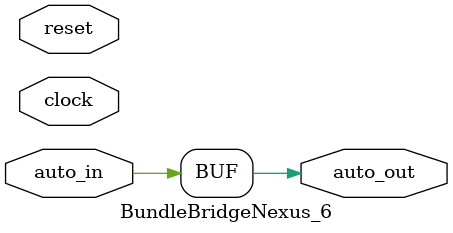
<source format=v>
module BundleBridgeNexus_6(
  input   clock,
  input   reset,
  input   auto_in,
  output  auto_out
);
  assign auto_out = auto_in; // @[Nodes.scala 1210:84 LazyModule.scala 309:16]
endmodule

</source>
